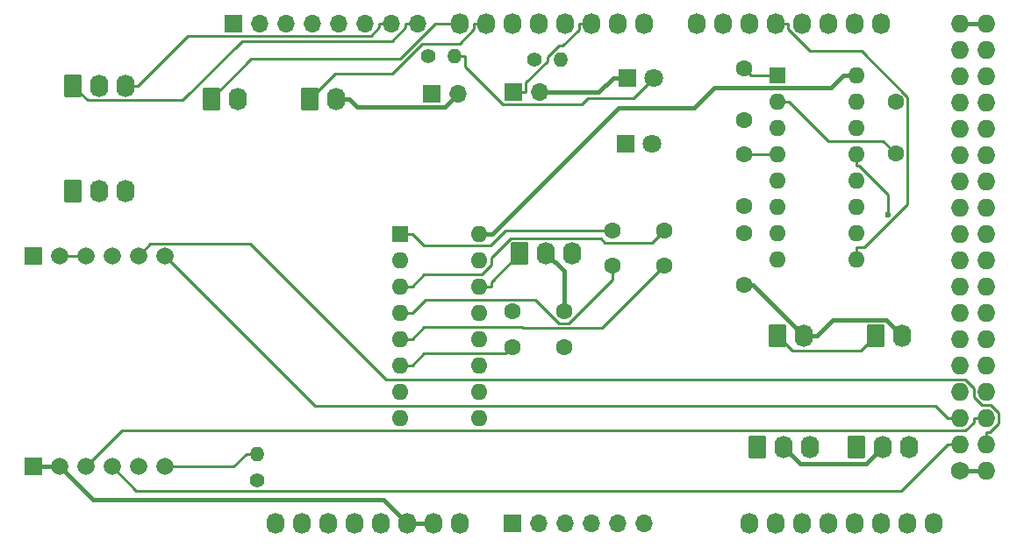
<source format=gbr>
G04 #@! TF.GenerationSoftware,KiCad,Pcbnew,(6.0.7-1)-1*
G04 #@! TF.CreationDate,2023-05-21T11:06:02+10:00*
G04 #@! TF.ProjectId,Arduino to Dual Serial,41726475-696e-46f2-9074-6f204475616c,rev?*
G04 #@! TF.SameCoordinates,Original*
G04 #@! TF.FileFunction,Copper,L1,Top*
G04 #@! TF.FilePolarity,Positive*
%FSLAX46Y46*%
G04 Gerber Fmt 4.6, Leading zero omitted, Abs format (unit mm)*
G04 Created by KiCad (PCBNEW (6.0.7-1)-1) date 2023-05-21 11:06:02*
%MOMM*%
%LPD*%
G01*
G04 APERTURE LIST*
G04 Aperture macros list*
%AMRoundRect*
0 Rectangle with rounded corners*
0 $1 Rounding radius*
0 $2 $3 $4 $5 $6 $7 $8 $9 X,Y pos of 4 corners*
0 Add a 4 corners polygon primitive as box body*
4,1,4,$2,$3,$4,$5,$6,$7,$8,$9,$2,$3,0*
0 Add four circle primitives for the rounded corners*
1,1,$1+$1,$2,$3*
1,1,$1+$1,$4,$5*
1,1,$1+$1,$6,$7*
1,1,$1+$1,$8,$9*
0 Add four rect primitives between the rounded corners*
20,1,$1+$1,$2,$3,$4,$5,0*
20,1,$1+$1,$4,$5,$6,$7,0*
20,1,$1+$1,$6,$7,$8,$9,0*
20,1,$1+$1,$8,$9,$2,$3,0*%
G04 Aperture macros list end*
G04 #@! TA.AperFunction,ComponentPad*
%ADD10C,1.727200*%
G04 #@! TD*
G04 #@! TA.AperFunction,ComponentPad*
%ADD11O,1.727200X1.727200*%
G04 #@! TD*
G04 #@! TA.AperFunction,ComponentPad*
%ADD12O,1.727200X2.032000*%
G04 #@! TD*
G04 #@! TA.AperFunction,ComponentPad*
%ADD13R,1.700000X1.700000*%
G04 #@! TD*
G04 #@! TA.AperFunction,ComponentPad*
%ADD14O,1.700000X1.700000*%
G04 #@! TD*
G04 #@! TA.AperFunction,ComponentPad*
%ADD15R,1.800000X1.800000*%
G04 #@! TD*
G04 #@! TA.AperFunction,ComponentPad*
%ADD16C,1.800000*%
G04 #@! TD*
G04 #@! TA.AperFunction,ComponentPad*
%ADD17C,1.400000*%
G04 #@! TD*
G04 #@! TA.AperFunction,ComponentPad*
%ADD18O,1.400000X1.400000*%
G04 #@! TD*
G04 #@! TA.AperFunction,ComponentPad*
%ADD19C,1.600000*%
G04 #@! TD*
G04 #@! TA.AperFunction,ComponentPad*
%ADD20RoundRect,0.250000X-0.620000X-0.845000X0.620000X-0.845000X0.620000X0.845000X-0.620000X0.845000X0*%
G04 #@! TD*
G04 #@! TA.AperFunction,ComponentPad*
%ADD21O,1.740000X2.190000*%
G04 #@! TD*
G04 #@! TA.AperFunction,ComponentPad*
%ADD22R,1.665000X1.665000*%
G04 #@! TD*
G04 #@! TA.AperFunction,ComponentPad*
%ADD23C,1.665000*%
G04 #@! TD*
G04 #@! TA.AperFunction,ComponentPad*
%ADD24R,1.600000X1.600000*%
G04 #@! TD*
G04 #@! TA.AperFunction,ComponentPad*
%ADD25O,1.600000X1.600000*%
G04 #@! TD*
G04 #@! TA.AperFunction,ViaPad*
%ADD26C,0.600000*%
G04 #@! TD*
G04 #@! TA.AperFunction,Conductor*
%ADD27C,0.450000*%
G04 #@! TD*
G04 #@! TA.AperFunction,Conductor*
%ADD28C,0.250000*%
G04 #@! TD*
G04 APERTURE END LIST*
D10*
X197358000Y-114046000D03*
D11*
X199898000Y-114046000D03*
X197358000Y-111506000D03*
X199898000Y-111506000D03*
X197358000Y-108966000D03*
X199898000Y-108966000D03*
X197358000Y-106426000D03*
X199898000Y-106426000D03*
X197358000Y-103886000D03*
X199898000Y-103886000D03*
X197358000Y-101346000D03*
X199898000Y-101346000D03*
X197358000Y-98806000D03*
X199898000Y-98806000D03*
X197358000Y-96266000D03*
X199898000Y-96266000D03*
X197358000Y-93726000D03*
X199898000Y-93726000D03*
X197358000Y-91186000D03*
X199898000Y-91186000D03*
X197358000Y-88646000D03*
X199898000Y-88646000D03*
X197358000Y-86106000D03*
X199898000Y-86106000D03*
X197358000Y-83566000D03*
X199898000Y-83566000D03*
X197358000Y-81026000D03*
X199898000Y-81026000D03*
X197358000Y-78486000D03*
X199898000Y-78486000D03*
X197358000Y-75946000D03*
X199898000Y-75946000D03*
X197358000Y-73406000D03*
X199898000Y-73406000D03*
X197358000Y-70866000D03*
X199898000Y-70866000D03*
D12*
X131318000Y-119126000D03*
X133858000Y-119126000D03*
X136398000Y-119126000D03*
X138938000Y-119126000D03*
X141478000Y-119126000D03*
X144018000Y-119126000D03*
X146558000Y-119126000D03*
X149098000Y-119126000D03*
D13*
X154178000Y-119126000D03*
D14*
X156718000Y-119126000D03*
X159258000Y-119126000D03*
X161798000Y-119126000D03*
X164338000Y-119126000D03*
X166878000Y-119126000D03*
D12*
X177038000Y-119126000D03*
X179578000Y-119126000D03*
X182118000Y-119126000D03*
X184658000Y-119126000D03*
X187198000Y-119126000D03*
X189738000Y-119126000D03*
X192278000Y-119126000D03*
X194818000Y-119126000D03*
D13*
X127254000Y-70866000D03*
D14*
X129794000Y-70866000D03*
X132334000Y-70866000D03*
X134874000Y-70866000D03*
X137414000Y-70866000D03*
X139954000Y-70866000D03*
X142494000Y-70866000D03*
X145034000Y-70866000D03*
D12*
X149098000Y-70866000D03*
X151638000Y-70866000D03*
X154178000Y-70866000D03*
X156718000Y-70866000D03*
X159258000Y-70866000D03*
X161798000Y-70866000D03*
X164338000Y-70866000D03*
X166878000Y-70866000D03*
X171958000Y-70866000D03*
X174498000Y-70866000D03*
X177038000Y-70866000D03*
X179578000Y-70866000D03*
X182118000Y-70866000D03*
X184658000Y-70866000D03*
X187198000Y-70866000D03*
X189738000Y-70866000D03*
D15*
X165227000Y-76073000D03*
D16*
X167767000Y-76073000D03*
D15*
X165100000Y-82423000D03*
D16*
X167640000Y-82423000D03*
D13*
X154300000Y-77470000D03*
D14*
X156840000Y-77470000D03*
D13*
X146426000Y-77597000D03*
D14*
X148966000Y-77597000D03*
D17*
X146050000Y-73977500D03*
D18*
X148590000Y-73977500D03*
D17*
X156260000Y-74295000D03*
D18*
X158800000Y-74295000D03*
D19*
X176530000Y-91099000D03*
X176530000Y-96099000D03*
D20*
X125095000Y-78105000D03*
D21*
X127635000Y-78105000D03*
D22*
X107915000Y-113620000D03*
D23*
X110455000Y-113620000D03*
X112995000Y-113620000D03*
X115535000Y-113620000D03*
X118075000Y-113620000D03*
X120615000Y-113620000D03*
D22*
X107915000Y-93300000D03*
D23*
X110455000Y-93300000D03*
X112995000Y-93300000D03*
X115535000Y-93300000D03*
X118075000Y-93300000D03*
X120615000Y-93300000D03*
D19*
X163830000Y-90805000D03*
X168830000Y-90805000D03*
D20*
X189230000Y-100985000D03*
D21*
X191770000Y-100985000D03*
D19*
X191135000Y-83399000D03*
X191135000Y-78399000D03*
D20*
X177800000Y-111760000D03*
D21*
X180340000Y-111760000D03*
X182880000Y-111760000D03*
D20*
X111760000Y-87015000D03*
D21*
X114300000Y-87015000D03*
X116840000Y-87015000D03*
D20*
X187325000Y-111780000D03*
D21*
X189865000Y-111780000D03*
X192405000Y-111780000D03*
D20*
X154880000Y-93025000D03*
D21*
X157420000Y-93025000D03*
X159960000Y-93025000D03*
D19*
X154160000Y-98655000D03*
X159160000Y-98655000D03*
D20*
X179705000Y-100985000D03*
D21*
X182245000Y-100985000D03*
D24*
X143360000Y-91155000D03*
D25*
X143360000Y-93695000D03*
X143360000Y-96235000D03*
X143360000Y-98775000D03*
X143360000Y-101315000D03*
X143360000Y-103855000D03*
X143360000Y-106395000D03*
X143360000Y-108935000D03*
X150980000Y-108935000D03*
X150980000Y-106395000D03*
X150980000Y-103855000D03*
X150980000Y-101315000D03*
X150980000Y-98775000D03*
X150980000Y-96235000D03*
X150980000Y-93695000D03*
X150980000Y-91155000D03*
D20*
X111760000Y-76835000D03*
D21*
X114300000Y-76835000D03*
X116840000Y-76835000D03*
D19*
X176530000Y-75184000D03*
X176530000Y-80184000D03*
D24*
X179705000Y-75819000D03*
D25*
X179705000Y-78359000D03*
X179705000Y-80899000D03*
X179705000Y-83439000D03*
X179705000Y-85979000D03*
X179705000Y-88519000D03*
X179705000Y-91059000D03*
X179705000Y-93599000D03*
X187325000Y-93599000D03*
X187325000Y-91059000D03*
X187325000Y-88519000D03*
X187325000Y-85979000D03*
X187325000Y-83439000D03*
X187325000Y-80899000D03*
X187325000Y-78359000D03*
X187325000Y-75819000D03*
D19*
X163830000Y-94255000D03*
X168830000Y-94255000D03*
D20*
X134620000Y-78125000D03*
D21*
X137160000Y-78125000D03*
D19*
X154160000Y-102105000D03*
X159160000Y-102105000D03*
D17*
X129540000Y-114935000D03*
D18*
X129540000Y-112395000D03*
D19*
X176530000Y-83439000D03*
X176530000Y-88439000D03*
D26*
X190374600Y-89335700D03*
D27*
X188301900Y-113343100D02*
X189865000Y-111780000D01*
X185061700Y-99463600D02*
X183540300Y-100985000D01*
X159160000Y-94765000D02*
X159160000Y-98655000D01*
X181923100Y-113343100D02*
X188301900Y-113343100D01*
X199898000Y-114046000D02*
X197358000Y-114046000D01*
X157420000Y-93025000D02*
X159160000Y-94765000D01*
X177359000Y-96099000D02*
X176530000Y-96099000D01*
X180340000Y-111760000D02*
X181923100Y-113343100D01*
X190248600Y-99463600D02*
X185061700Y-99463600D01*
X182245000Y-100985000D02*
X183540300Y-100985000D01*
X182245000Y-100985000D02*
X177359000Y-96099000D01*
X191770000Y-100985000D02*
X190248600Y-99463600D01*
D28*
X144485300Y-91155000D02*
X145639300Y-92309000D01*
X152022400Y-92309000D02*
X153526400Y-90805000D01*
X143360000Y-91155000D02*
X144485300Y-91155000D01*
X153526400Y-90805000D02*
X163830000Y-90805000D01*
X145639300Y-92309000D02*
X152022400Y-92309000D01*
X168830000Y-90805000D02*
X167649200Y-91985800D01*
X154020900Y-91590700D02*
X152172300Y-93439300D01*
X143360000Y-96235000D02*
X144485300Y-96235000D01*
X151218900Y-95109700D02*
X145610600Y-95109700D01*
X152172300Y-93439300D02*
X152172300Y-94156300D01*
X163085800Y-91985800D02*
X162690700Y-91590700D01*
X152172300Y-94156300D02*
X151218900Y-95109700D01*
X167649200Y-91985800D02*
X163085800Y-91985800D01*
X162690700Y-91590700D02*
X154020900Y-91590700D01*
X145610600Y-95109700D02*
X144485300Y-96235000D01*
X156413900Y-97508600D02*
X145751700Y-97508600D01*
X145751700Y-97508600D02*
X144485300Y-98775000D01*
X163830000Y-95582800D02*
X159617100Y-99795700D01*
X163830000Y-94255000D02*
X163830000Y-95582800D01*
X143360000Y-98775000D02*
X144485300Y-98775000D01*
X159617100Y-99795700D02*
X158701000Y-99795700D01*
X158701000Y-99795700D02*
X156413900Y-97508600D01*
X162831800Y-100253200D02*
X168830000Y-94255000D01*
X155158600Y-100253200D02*
X162831800Y-100253200D01*
X145611100Y-100189200D02*
X155094600Y-100189200D01*
X143360000Y-101315000D02*
X144485300Y-101315000D01*
X155094600Y-100189200D02*
X155158600Y-100253200D01*
X144485300Y-101315000D02*
X145611100Y-100189200D01*
X143360000Y-103855000D02*
X144485300Y-103855000D01*
X153535300Y-102729700D02*
X145610600Y-102729700D01*
X145610600Y-102729700D02*
X144485300Y-103855000D01*
X154160000Y-102105000D02*
X153535300Y-102729700D01*
D27*
X199898000Y-70866000D02*
X197358000Y-70866000D01*
X173653000Y-77044400D02*
X184874300Y-77044400D01*
X184874300Y-77044400D02*
X186099700Y-75819000D01*
X150980000Y-91155000D02*
X152205300Y-91155000D01*
X152205300Y-91155000D02*
X164401700Y-78958600D01*
X171738800Y-78958600D02*
X173653000Y-77044400D01*
X164401700Y-78958600D02*
X171738800Y-78958600D01*
X187325000Y-75819000D02*
X186099700Y-75819000D01*
X113703800Y-116868800D02*
X141760800Y-116868800D01*
X141760800Y-116868800D02*
X144018000Y-119126000D01*
X165227000Y-76073000D02*
X163901700Y-76073000D01*
X137160000Y-78125000D02*
X138455300Y-78125000D01*
X110455000Y-113620000D02*
X113703800Y-116868800D01*
X110455000Y-113620000D02*
X107915000Y-113620000D01*
X146558000Y-119126000D02*
X144018000Y-119126000D01*
X139209900Y-78879600D02*
X147683400Y-78879600D01*
X156840000Y-77470000D02*
X162504700Y-77470000D01*
X147683400Y-78879600D02*
X148966000Y-77597000D01*
X162504700Y-77470000D02*
X163901700Y-76073000D01*
X138455300Y-78125000D02*
X139209900Y-78879600D01*
D28*
X142562300Y-72529700D02*
X143858700Y-71233300D01*
X128090700Y-72529700D02*
X142562300Y-72529700D01*
X143858700Y-71233300D02*
X143858700Y-70866000D01*
X113182500Y-78257500D02*
X122362900Y-78257500D01*
X122362900Y-78257500D02*
X128090700Y-72529700D01*
X145034000Y-70866000D02*
X143858700Y-70866000D01*
X111760000Y-76835000D02*
X113182500Y-78257500D01*
X128948300Y-74251700D02*
X143310600Y-74251700D01*
X143310600Y-74251700D02*
X146696300Y-70866000D01*
X146696300Y-70866000D02*
X149098000Y-70866000D01*
X125095000Y-78105000D02*
X128948300Y-74251700D01*
X137089900Y-75655100D02*
X142544100Y-75655100D01*
X151638000Y-70866000D02*
X150449100Y-70866000D01*
X150449100Y-71386100D02*
X150449100Y-70866000D01*
X145437600Y-72761600D02*
X149073600Y-72761600D01*
X142544100Y-75655100D02*
X145437600Y-72761600D01*
X149073600Y-72761600D02*
X150449100Y-71386100D01*
X134620000Y-78125000D02*
X137089900Y-75655100D01*
X140510800Y-72041300D02*
X141318700Y-71233400D01*
X118035300Y-76835000D02*
X122829000Y-72041300D01*
X122829000Y-72041300D02*
X140510800Y-72041300D01*
X141318700Y-71233400D02*
X141318700Y-70866000D01*
X142494000Y-70866000D02*
X141318700Y-70866000D01*
X116840000Y-76835000D02*
X118035300Y-76835000D01*
X149615300Y-75002800D02*
X149615300Y-73977500D01*
X161482000Y-78020400D02*
X160857000Y-78645400D01*
X153257900Y-78645400D02*
X149615300Y-75002800D01*
X148590000Y-73977500D02*
X149615300Y-73977500D01*
X165819600Y-78020400D02*
X161482000Y-78020400D01*
X167767000Y-76073000D02*
X165819600Y-78020400D01*
X160857000Y-78645400D02*
X153257900Y-78645400D01*
X177165000Y-75819000D02*
X176530000Y-75184000D01*
X179705000Y-75819000D02*
X177165000Y-75819000D01*
X115535000Y-113620000D02*
X117877600Y-115962600D01*
X197358000Y-111506000D02*
X196169100Y-111506000D01*
X117877600Y-115962600D02*
X191712500Y-115962600D01*
X191712500Y-115962600D02*
X196169100Y-111506000D01*
X179578000Y-70866000D02*
X180766900Y-70866000D01*
X187325000Y-93599000D02*
X187325000Y-92473700D01*
X187325000Y-92473700D02*
X188121000Y-92473700D01*
X180766900Y-71386100D02*
X180766900Y-70866000D01*
X192284700Y-77929000D02*
X187843200Y-73487500D01*
X187843200Y-73487500D02*
X182868300Y-73487500D01*
X192284700Y-88310000D02*
X192284700Y-77929000D01*
X182868300Y-73487500D02*
X180766900Y-71386100D01*
X188121000Y-92473700D02*
X192284700Y-88310000D01*
X158652500Y-72972800D02*
X159042000Y-72972800D01*
X161798000Y-70866000D02*
X160609100Y-70866000D01*
X154300000Y-77470000D02*
X155475300Y-77470000D01*
X157530000Y-74095300D02*
X158652500Y-72972800D01*
X155475300Y-77470000D02*
X155475300Y-76549300D01*
X155475300Y-76549300D02*
X157530000Y-74494600D01*
X157530000Y-74494600D02*
X157530000Y-74095300D01*
X160609100Y-71405700D02*
X160609100Y-70866000D01*
X159042000Y-72972800D02*
X160609100Y-71405700D01*
X197358000Y-108966000D02*
X196169100Y-108966000D01*
X120615000Y-93300000D02*
X135092100Y-107777100D01*
X194980200Y-107777100D02*
X196169100Y-108966000D01*
X135092100Y-107777100D02*
X194980200Y-107777100D01*
X197891800Y-110154900D02*
X198709100Y-109337600D01*
X112995000Y-113620000D02*
X116460100Y-110154900D01*
X116460100Y-110154900D02*
X197891800Y-110154900D01*
X199898000Y-108966000D02*
X198709100Y-108966000D01*
X198709100Y-109337600D02*
X198709100Y-108966000D01*
X197872300Y-105237000D02*
X198709000Y-106073700D01*
X141973700Y-105237000D02*
X197872300Y-105237000D01*
X198709000Y-106940300D02*
X199464700Y-107696000D01*
X201086900Y-109499800D02*
X200269600Y-110317100D01*
X201086900Y-108469900D02*
X201086900Y-109499800D01*
X200313000Y-107696000D02*
X201086900Y-108469900D01*
X198709000Y-106073700D02*
X198709000Y-106940300D01*
X200269600Y-110317100D02*
X199898000Y-110317100D01*
X128869600Y-92132900D02*
X141973700Y-105237000D01*
X199464700Y-107696000D02*
X200313000Y-107696000D01*
X199898000Y-111506000D02*
X199898000Y-110317100D01*
X118075000Y-93300000D02*
X119242100Y-92132900D01*
X119242100Y-92132900D02*
X128869600Y-92132900D01*
X187790700Y-102424300D02*
X189230000Y-100985000D01*
X181144300Y-102424300D02*
X187790700Y-102424300D01*
X179705000Y-100985000D02*
X181144300Y-102424300D01*
X187606300Y-84564300D02*
X190374500Y-87332500D01*
X190374500Y-89335700D02*
X190374600Y-89335700D01*
X187325000Y-83439000D02*
X187325000Y-84564300D01*
X190374500Y-87332500D02*
X190374500Y-89335700D01*
X187325000Y-84564300D02*
X187606300Y-84564300D01*
X129540000Y-112395000D02*
X128514700Y-112395000D01*
X127289700Y-113620000D02*
X120615000Y-113620000D01*
X128514700Y-112395000D02*
X127289700Y-113620000D01*
X112995000Y-93300000D02*
X110455000Y-93300000D01*
X176530000Y-83439000D02*
X179705000Y-83439000D01*
X179705000Y-78359000D02*
X180830300Y-78359000D01*
X184640300Y-82169000D02*
X189905000Y-82169000D01*
X180830300Y-78359000D02*
X184640300Y-82169000D01*
X189905000Y-82169000D02*
X191135000Y-83399000D01*
X150980000Y-96235000D02*
X152105300Y-96235000D01*
X152105300Y-95799700D02*
X154880000Y-93025000D01*
X152105300Y-96235000D02*
X152105300Y-95799700D01*
M02*

</source>
